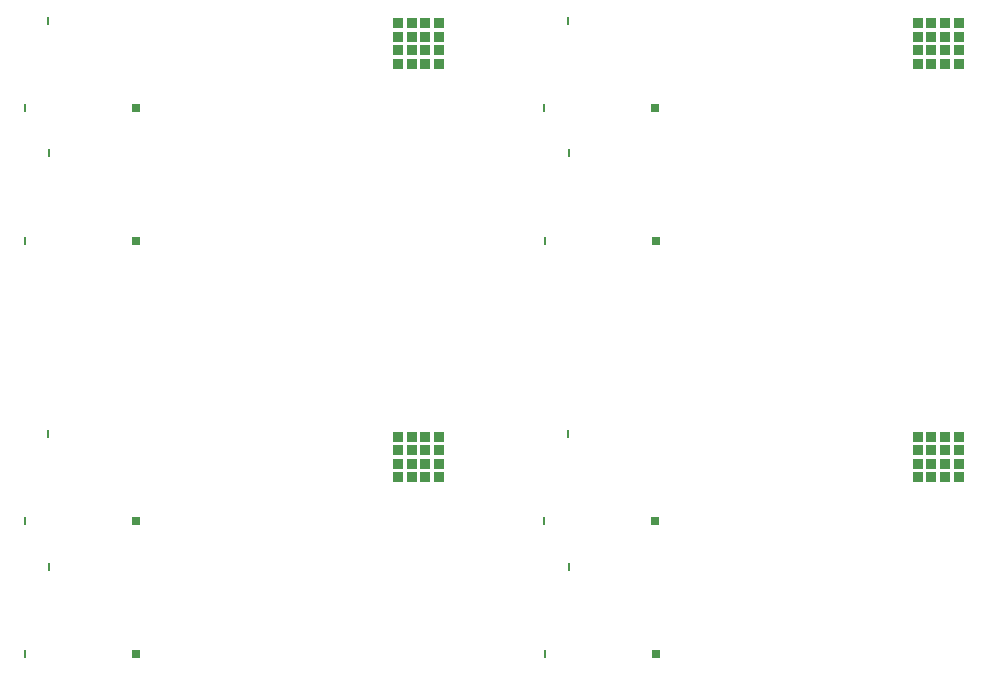
<source format=gtp>
G04 #@! TF.GenerationSoftware,KiCad,Pcbnew,5.1.5*
G04 #@! TF.CreationDate,2020-02-06T11:23:30+09:00*
G04 #@! TF.ProjectId,MIDI-Guy_menduke,4d494449-2d47-4757-995f-6d656e64756b,rev?*
G04 #@! TF.SameCoordinates,Original*
G04 #@! TF.FileFunction,Paste,Top*
G04 #@! TF.FilePolarity,Positive*
%FSLAX46Y46*%
G04 Gerber Fmt 4.6, Leading zero omitted, Abs format (unit mm)*
G04 Created by KiCad (PCBNEW 5.1.5) date 2020-02-06 11:23:30*
%MOMM*%
%LPD*%
G04 APERTURE LIST*
%ADD10R,0.900000X0.900000*%
%ADD11R,0.200000X0.800000*%
%ADD12R,0.800000X0.800000*%
G04 APERTURE END LIST*
D10*
X151725000Y-101275000D03*
X150575000Y-101275000D03*
X149425000Y-101275000D03*
X148275000Y-101275000D03*
X151725000Y-102425000D03*
X150575000Y-102425000D03*
X149425000Y-102425000D03*
X148275000Y-102425000D03*
X151725000Y-103575000D03*
X150575000Y-103575000D03*
X149425000Y-103575000D03*
X148275000Y-103575000D03*
X151725000Y-104725000D03*
X150575000Y-104725000D03*
X149425000Y-104725000D03*
X148275000Y-104725000D03*
X107725000Y-101275000D03*
X106575000Y-101275000D03*
X105425000Y-101275000D03*
X104275000Y-101275000D03*
X107725000Y-102425000D03*
X106575000Y-102425000D03*
X105425000Y-102425000D03*
X104275000Y-102425000D03*
X107725000Y-103575000D03*
X106575000Y-103575000D03*
X105425000Y-103575000D03*
X104275000Y-103575000D03*
X107725000Y-104725000D03*
X106575000Y-104725000D03*
X105425000Y-104725000D03*
X104275000Y-104725000D03*
X151725000Y-66275000D03*
X150575000Y-66275000D03*
X149425000Y-66275000D03*
X148275000Y-66275000D03*
X151725000Y-67425000D03*
X150575000Y-67425000D03*
X149425000Y-67425000D03*
X148275000Y-67425000D03*
X151725000Y-68575000D03*
X150575000Y-68575000D03*
X149425000Y-68575000D03*
X148275000Y-68575000D03*
X151725000Y-69725000D03*
X150575000Y-69725000D03*
X149425000Y-69725000D03*
X148275000Y-69725000D03*
D11*
X118700000Y-112300000D03*
X116700000Y-119700000D03*
D12*
X126100000Y-119700000D03*
D11*
X74700000Y-112300000D03*
X72700000Y-119700000D03*
D12*
X82100000Y-119700000D03*
D11*
X118700000Y-77300000D03*
X116700000Y-84700000D03*
D12*
X126100000Y-84700000D03*
D11*
X118650000Y-101050000D03*
X116650000Y-108450000D03*
D12*
X126050000Y-108450000D03*
D11*
X74650000Y-101050000D03*
X72650000Y-108450000D03*
D12*
X82050000Y-108450000D03*
D11*
X118650000Y-66050000D03*
X116650000Y-73450000D03*
D12*
X126050000Y-73450000D03*
X82100000Y-84700000D03*
D11*
X72700000Y-84700000D03*
X74700000Y-77300000D03*
D12*
X82050000Y-73450000D03*
D11*
X72650000Y-73450000D03*
X74650000Y-66050000D03*
D10*
X104275000Y-69725000D03*
X105425000Y-69725000D03*
X106575000Y-69725000D03*
X107725000Y-69725000D03*
X104275000Y-68575000D03*
X105425000Y-68575000D03*
X106575000Y-68575000D03*
X107725000Y-68575000D03*
X104275000Y-67425000D03*
X105425000Y-67425000D03*
X106575000Y-67425000D03*
X107725000Y-67425000D03*
X104275000Y-66275000D03*
X105425000Y-66275000D03*
X106575000Y-66275000D03*
X107725000Y-66275000D03*
M02*

</source>
